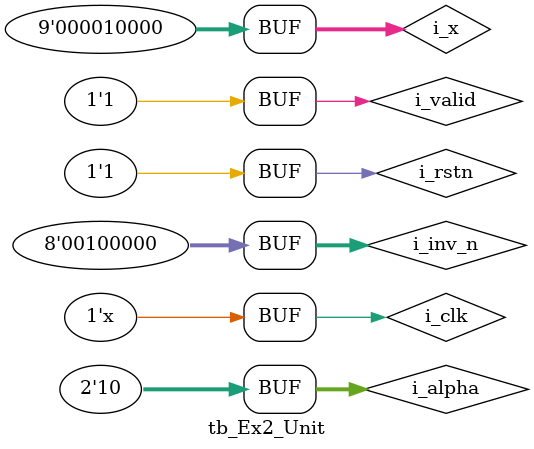
<source format=v>
module tb_Ex2_Unit ();
	reg 		i_clk;
	reg			i_rstn;
	reg			i_valid;
	reg	 [8:0]	i_x;
	reg  [1:0]	i_alpha;
	reg	 [7:0]	i_inv_n;

	wire		o_Ex2_done;
	wire [7:0]	o_Ex2;

	
	always #5 i_clk = ~i_clk;


	Ex2_Unit u_Ex2_Unit (
		.i_clk(i_clk),
        .i_rstn(i_rstn),
        .i_valid(i_valid), 
        .i_x(i_x),
        .i_alpha(i_alpha),
        .i_inv_n(i_inv_n),
        .o_Ex2_done(o_Ex2_done),
        .o_Ex2(o_Ex2)
    );
			

	initial
	begin
		i_clk = 1'd0;	i_rstn = 1'd0;	i_valid = 1'd0;		
		#1 i_rstn = 1'd1;	#1 i_rstn = 1'd0; 	#2 i_rstn = 1'd1;
		
		#5 i_alpha = 2'd2;	i_inv_n = 8'd32;
		
		
		#10 i_valid = 1'd1; i_x = 8'd1;
		#10 i_x = 8'd2; 	
		#10 i_x = 8'd3;	
		#10 i_x = 8'd4;	
		#10 i_x = 8'd5;			
		#10 i_x = 8'd6;	
		#10 i_x = 8'd7;			
		#10 i_x = 8'd8;	
		#10 i_x = 8'd9;
		#10 i_x = 8'd10;
		#10 i_x = 8'd11;
		#10 i_x = 8'd12;
		#10 i_x = 8'd13;
		#10 i_x = 8'd14;
        #10 i_x = 8'd15;		
        #10 i_x = 8'd16;


	end

endmodule

</source>
